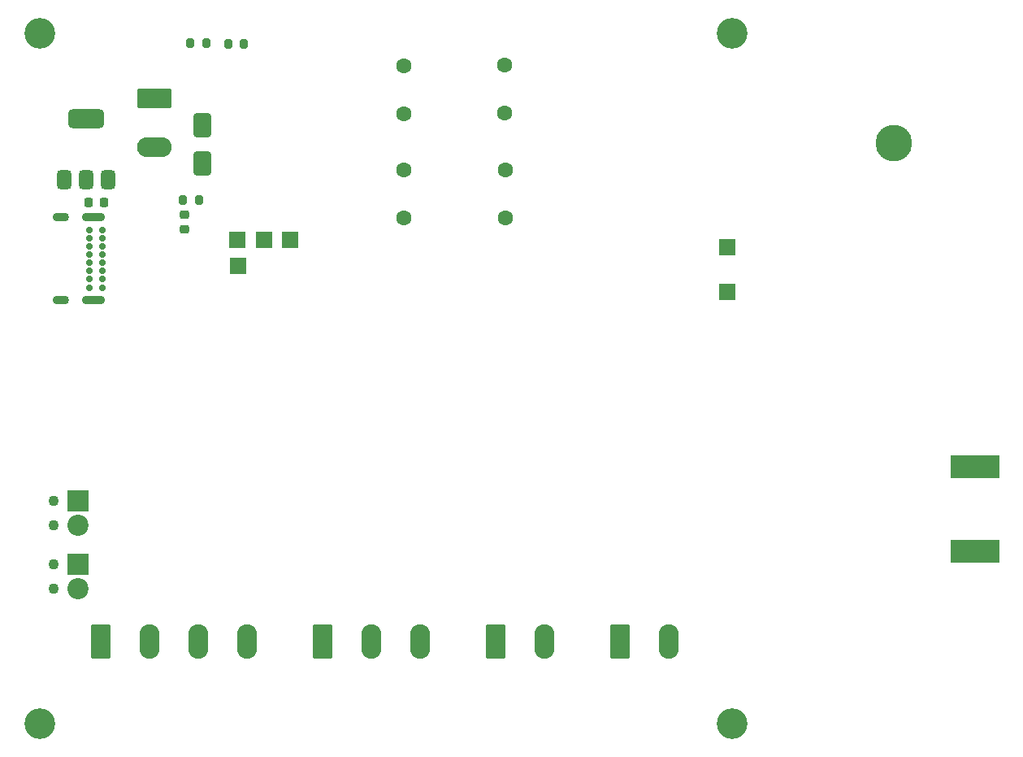
<source format=gbr>
%TF.GenerationSoftware,KiCad,Pcbnew,8.0.1*%
%TF.CreationDate,2024-11-10T18:35:03+01:00*%
%TF.ProjectId,Weather,57656174-6865-4722-9e6b-696361645f70,1.0*%
%TF.SameCoordinates,Original*%
%TF.FileFunction,Soldermask,Bot*%
%TF.FilePolarity,Negative*%
%FSLAX46Y46*%
G04 Gerber Fmt 4.6, Leading zero omitted, Abs format (unit mm)*
G04 Created by KiCad (PCBNEW 8.0.1) date 2024-11-10 18:35:03*
%MOMM*%
%LPD*%
G01*
G04 APERTURE LIST*
G04 Aperture macros list*
%AMRoundRect*
0 Rectangle with rounded corners*
0 $1 Rounding radius*
0 $2 $3 $4 $5 $6 $7 $8 $9 X,Y pos of 4 corners*
0 Add a 4 corners polygon primitive as box body*
4,1,4,$2,$3,$4,$5,$6,$7,$8,$9,$2,$3,0*
0 Add four circle primitives for the rounded corners*
1,1,$1+$1,$2,$3*
1,1,$1+$1,$4,$5*
1,1,$1+$1,$6,$7*
1,1,$1+$1,$8,$9*
0 Add four rect primitives between the rounded corners*
20,1,$1+$1,$2,$3,$4,$5,0*
20,1,$1+$1,$4,$5,$6,$7,0*
20,1,$1+$1,$6,$7,$8,$9,0*
20,1,$1+$1,$8,$9,$2,$3,0*%
G04 Aperture macros list end*
%ADD10C,1.100000*%
%ADD11R,2.200000X2.200000*%
%ADD12C,2.200000*%
%ADD13R,1.700000X1.700000*%
%ADD14RoundRect,0.249999X-0.790001X-1.550001X0.790001X-1.550001X0.790001X1.550001X-0.790001X1.550001X0*%
%ADD15O,2.080000X3.600000*%
%ADD16C,3.200000*%
%ADD17C,1.600000*%
%ADD18C,3.800000*%
%ADD19RoundRect,0.249999X-1.550001X0.790001X-1.550001X-0.790001X1.550001X-0.790001X1.550001X0.790001X0*%
%ADD20O,3.600000X2.080000*%
%ADD21R,5.080000X2.420000*%
%ADD22C,0.700000*%
%ADD23O,2.400000X0.900000*%
%ADD24O,1.700000X0.900000*%
%ADD25RoundRect,0.200000X-0.200000X-0.275000X0.200000X-0.275000X0.200000X0.275000X-0.200000X0.275000X0*%
%ADD26RoundRect,0.200000X0.200000X0.275000X-0.200000X0.275000X-0.200000X-0.275000X0.200000X-0.275000X0*%
%ADD27RoundRect,0.250000X-0.650000X1.000000X-0.650000X-1.000000X0.650000X-1.000000X0.650000X1.000000X0*%
%ADD28RoundRect,0.225000X0.225000X0.250000X-0.225000X0.250000X-0.225000X-0.250000X0.225000X-0.250000X0*%
%ADD29RoundRect,0.225000X-0.250000X0.225000X-0.250000X-0.225000X0.250000X-0.225000X0.250000X0.225000X0*%
%ADD30RoundRect,0.375000X0.375000X-0.625000X0.375000X0.625000X-0.375000X0.625000X-0.375000X-0.625000X0*%
%ADD31RoundRect,0.500000X1.400000X-0.500000X1.400000X0.500000X-1.400000X0.500000X-1.400000X-0.500000X0*%
G04 APERTURE END LIST*
D10*
%TO.C,J30*%
X47210000Y-120085000D03*
X47210000Y-122625000D03*
D11*
X49750000Y-120085000D03*
D12*
X49750000Y-122625000D03*
%TD*%
D13*
%TO.C,J37*%
X66395600Y-89001600D03*
%TD*%
D14*
%TO.C,J32*%
X93268800Y-128099300D03*
D15*
X98348800Y-128099300D03*
%TD*%
D13*
%TO.C,J41*%
X117348000Y-87044000D03*
%TD*%
D14*
%TO.C,J35*%
X75234800Y-128117600D03*
D15*
X80314800Y-128117600D03*
X85394800Y-128117600D03*
%TD*%
D13*
%TO.C,J31*%
X69138800Y-86258400D03*
%TD*%
D16*
%TO.C,H2*%
X45720000Y-64770000D03*
%TD*%
D17*
%TO.C,C13*%
X94247000Y-83986400D03*
X94247000Y-78986400D03*
%TD*%
D13*
%TO.C,J38*%
X71831200Y-86258400D03*
%TD*%
D18*
%TO.C,AE1*%
X134721600Y-76200000D03*
%TD*%
D17*
%TO.C,C14*%
X83680600Y-84026400D03*
X83680600Y-79026400D03*
%TD*%
D13*
%TO.C,J42*%
X117348000Y-91694000D03*
%TD*%
D16*
%TO.C,H4*%
X117906800Y-136652000D03*
%TD*%
D14*
%TO.C,J33*%
X52120800Y-128099300D03*
D15*
X57200800Y-128099300D03*
X62280800Y-128099300D03*
X67360800Y-128099300D03*
%TD*%
D19*
%TO.C,J26*%
X57627500Y-71510000D03*
D20*
X57627500Y-76590000D03*
%TD*%
D10*
%TO.C,J25*%
X47210000Y-113481000D03*
X47210000Y-116021000D03*
D11*
X49750000Y-113481000D03*
D12*
X49750000Y-116021000D03*
%TD*%
D21*
%TO.C,J27*%
X143148400Y-118680000D03*
X143148400Y-109920000D03*
%TD*%
D14*
%TO.C,J24*%
X106172000Y-128099300D03*
D15*
X111252000Y-128099300D03*
%TD*%
D17*
%TO.C,C15*%
X83629800Y-73144400D03*
X83629800Y-68144400D03*
%TD*%
D22*
%TO.C,J29*%
X52285000Y-85285600D03*
X52285000Y-86135600D03*
X52285000Y-86985600D03*
X52285000Y-87835600D03*
X52285000Y-88685600D03*
X52285000Y-89535600D03*
X52285000Y-90385600D03*
X52285000Y-91235600D03*
X50935000Y-91235600D03*
X50935000Y-90385600D03*
X50935000Y-89535600D03*
X50935000Y-88685600D03*
X50935000Y-87835600D03*
X50935000Y-86985600D03*
X50935000Y-86135600D03*
X50935000Y-85285600D03*
D23*
X51305000Y-83935600D03*
D24*
X47925000Y-83935600D03*
D23*
X51305000Y-92585600D03*
D24*
X47925000Y-92585600D03*
%TD*%
D16*
%TO.C,H3*%
X45720000Y-136652000D03*
%TD*%
%TO.C,H1*%
X117906800Y-64770000D03*
%TD*%
D17*
%TO.C,C16*%
X94196200Y-73064400D03*
X94196200Y-68064400D03*
%TD*%
D13*
%TO.C,J36*%
X66344800Y-86258400D03*
%TD*%
D25*
%TO.C,R39*%
X65354200Y-65887600D03*
X67004200Y-65887600D03*
%TD*%
%TO.C,R38*%
X61417200Y-65811400D03*
X63067200Y-65811400D03*
%TD*%
D26*
%TO.C,R30*%
X62305200Y-82143600D03*
X60655200Y-82143600D03*
%TD*%
D27*
%TO.C,D1*%
X62636400Y-74301600D03*
X62636400Y-78301600D03*
%TD*%
D28*
%TO.C,C29*%
X52387800Y-82397600D03*
X50837800Y-82397600D03*
%TD*%
D29*
%TO.C,C28*%
X60820600Y-83660000D03*
X60820600Y-85210000D03*
%TD*%
D30*
%TO.C,U12*%
X52846000Y-79985000D03*
X50546000Y-79985000D03*
D31*
X50546000Y-73685000D03*
D30*
X48246000Y-79985000D03*
%TD*%
M02*

</source>
